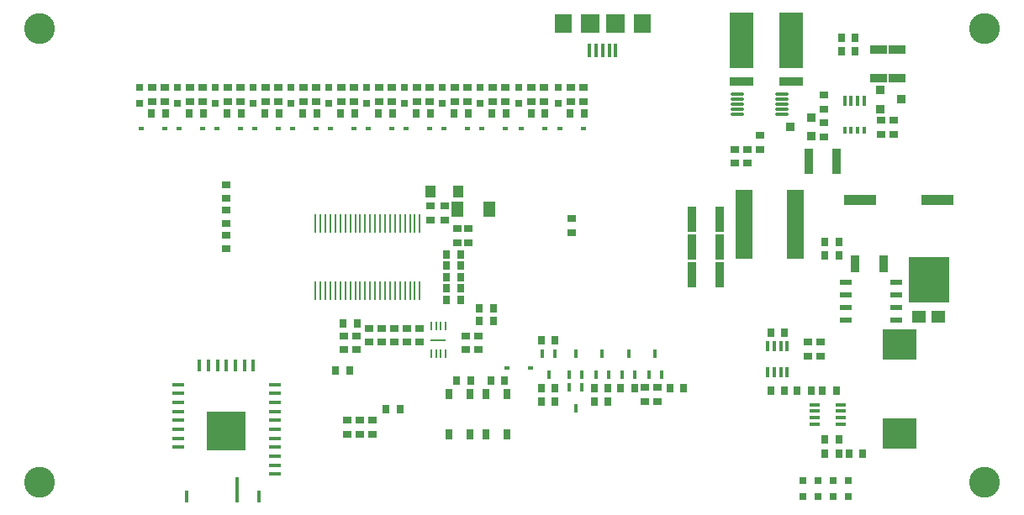
<source format=gtp>
G04*
G04 #@! TF.GenerationSoftware,Altium Limited,Altium Designer,18.1.1 (9)*
G04*
G04 Layer_Color=8421504*
%FSAX25Y25*%
%MOIN*%
G70*
G01*
G75*
%ADD19C,0.12205*%
%ADD20R,0.03543X0.02756*%
%ADD21R,0.02756X0.03543*%
%ADD22R,0.04701X0.02205*%
%ADD23R,0.03740X0.10236*%
%ADD24R,0.03740X0.09843*%
%ADD25R,0.04331X0.04803*%
%ADD26R,0.01772X0.03347*%
%ADD27R,0.15748X0.15748*%
%ADD28R,0.05118X0.01575*%
%ADD29R,0.01575X0.05118*%
%ADD30R,0.01378X0.10236*%
%ADD31R,0.00984X0.03543*%
%ADD32R,0.06299X0.00787*%
%ADD33R,0.01772X0.03937*%
%ADD34R,0.01968X0.01772*%
%ADD35R,0.03600X0.03200*%
%ADD36R,0.03543X0.06693*%
%ADD37R,0.06693X0.03543*%
%ADD38R,0.09606X0.03504*%
%ADD39R,0.09606X0.22047*%
%ADD40R,0.04724X0.06496*%
%ADD41O,0.00984X0.07480*%
%ADD42R,0.12598X0.03937*%
%ADD43R,0.13780X0.12300*%
%ADD44R,0.03937X0.01772*%
%ADD45R,0.01400X0.05600*%
%ADD46R,0.07100X0.07500*%
%ADD47R,0.07500X0.07500*%
%ADD48R,0.03150X0.02756*%
%ADD49O,0.05512X0.01181*%
%ADD50R,0.01595X0.02992*%
%ADD51R,0.01595X0.03898*%
%ADD52R,0.02559X0.03937*%
%ADD53R,0.16339X0.18307*%
%ADD54R,0.05709X0.04528*%
%ADD55R,0.07008X0.27559*%
D19*
X0524000Y0547500D02*
D03*
Y0727500D02*
D03*
X0898500Y0547500D02*
D03*
Y0727500D02*
D03*
D20*
X0656000Y0566744D02*
D03*
Y0572256D02*
D03*
X0862500Y0691256D02*
D03*
Y0685744D02*
D03*
X0734500Y0704256D02*
D03*
Y0698744D02*
D03*
X0719000Y0704256D02*
D03*
Y0698744D02*
D03*
X0703500Y0704256D02*
D03*
Y0698744D02*
D03*
X0688500Y0704256D02*
D03*
Y0698744D02*
D03*
X0673500Y0704256D02*
D03*
Y0698744D02*
D03*
X0658500Y0704256D02*
D03*
Y0698744D02*
D03*
X0643500Y0704256D02*
D03*
Y0698744D02*
D03*
X0628500Y0704256D02*
D03*
Y0698744D02*
D03*
X0613500Y0704256D02*
D03*
Y0698744D02*
D03*
X0598500Y0704256D02*
D03*
Y0698744D02*
D03*
X0583500Y0704256D02*
D03*
Y0698744D02*
D03*
X0568500Y0704256D02*
D03*
Y0698744D02*
D03*
X0739500D02*
D03*
Y0704256D02*
D03*
X0724000Y0698744D02*
D03*
Y0704256D02*
D03*
X0708500Y0698744D02*
D03*
Y0704256D02*
D03*
X0693500Y0698744D02*
D03*
Y0704256D02*
D03*
X0678500Y0698744D02*
D03*
Y0704256D02*
D03*
X0663500Y0698744D02*
D03*
Y0704256D02*
D03*
X0648500Y0698744D02*
D03*
Y0704256D02*
D03*
X0633500Y0698744D02*
D03*
Y0704256D02*
D03*
X0618500Y0698744D02*
D03*
Y0704256D02*
D03*
X0603500Y0698744D02*
D03*
Y0704256D02*
D03*
X0588500Y0698744D02*
D03*
Y0704256D02*
D03*
X0573500Y0698744D02*
D03*
Y0704256D02*
D03*
X0679000Y0657256D02*
D03*
Y0651744D02*
D03*
X0684500D02*
D03*
Y0657256D02*
D03*
X0646000Y0566744D02*
D03*
X0646000Y0572256D02*
D03*
X0651000Y0566744D02*
D03*
Y0572256D02*
D03*
X0698000Y0600244D02*
D03*
Y0605756D02*
D03*
X0659500Y0603244D02*
D03*
Y0608756D02*
D03*
X0674500D02*
D03*
Y0603244D02*
D03*
X0644500Y0605756D02*
D03*
Y0600244D02*
D03*
X0598000Y0660244D02*
D03*
Y0665756D02*
D03*
Y0650244D02*
D03*
Y0655756D02*
D03*
Y0640244D02*
D03*
Y0645756D02*
D03*
X0735000Y0646744D02*
D03*
Y0652256D02*
D03*
X0689500Y0642744D02*
D03*
Y0648256D02*
D03*
X0694000Y0642744D02*
D03*
Y0648256D02*
D03*
X0693000Y0605756D02*
D03*
Y0600244D02*
D03*
X0769000Y0585256D02*
D03*
X0769000Y0579744D02*
D03*
X0764000D02*
D03*
Y0585256D02*
D03*
X0833500Y0603256D02*
D03*
Y0597744D02*
D03*
X0828500Y0603256D02*
D03*
Y0597744D02*
D03*
X0835000Y0684744D02*
D03*
Y0690256D02*
D03*
X0857500Y0685744D02*
D03*
Y0691256D02*
D03*
X0804500Y0679756D02*
D03*
Y0674244D02*
D03*
X0799500Y0679756D02*
D03*
Y0674244D02*
D03*
X0664500Y0608756D02*
D03*
Y0603244D02*
D03*
X0669500Y0608756D02*
D03*
Y0603244D02*
D03*
X0835000Y0701256D02*
D03*
Y0695744D02*
D03*
X0809500Y0685256D02*
D03*
Y0679744D02*
D03*
X0649500Y0600244D02*
D03*
Y0605756D02*
D03*
X0654500Y0603244D02*
D03*
Y0608756D02*
D03*
D21*
X0666756Y0576500D02*
D03*
X0661244D02*
D03*
X0739756Y0694000D02*
D03*
X0734244D02*
D03*
X0724256D02*
D03*
X0718744D02*
D03*
X0708756D02*
D03*
X0703244D02*
D03*
X0693756D02*
D03*
X0688244D02*
D03*
X0678756D02*
D03*
X0673244D02*
D03*
X0663756D02*
D03*
X0658244D02*
D03*
X0648756D02*
D03*
X0643244D02*
D03*
X0633756D02*
D03*
X0628244D02*
D03*
X0618756D02*
D03*
X0613244D02*
D03*
X0603756D02*
D03*
X0598244D02*
D03*
X0588756D02*
D03*
X0583244D02*
D03*
X0573756D02*
D03*
X0568244D02*
D03*
X0685244Y0638000D02*
D03*
X0690756D02*
D03*
X0689244Y0588000D02*
D03*
X0694756D02*
D03*
X0708256D02*
D03*
X0702744D02*
D03*
X0641244Y0592000D02*
D03*
X0646756Y0592000D02*
D03*
X0698244Y0611500D02*
D03*
X0703756D02*
D03*
Y0616500D02*
D03*
X0698244D02*
D03*
X0690756Y0620000D02*
D03*
X0685244D02*
D03*
X0819256Y0584000D02*
D03*
X0813744D02*
D03*
X0819256Y0607000D02*
D03*
X0813744D02*
D03*
X0754244Y0585000D02*
D03*
X0759756D02*
D03*
X0722744Y0579500D02*
D03*
X0728256D02*
D03*
X0722744Y0604000D02*
D03*
X0728256D02*
D03*
X0722744Y0585000D02*
D03*
X0728256D02*
D03*
X0749256Y0579500D02*
D03*
X0743744D02*
D03*
Y0585000D02*
D03*
X0749256D02*
D03*
X0779256D02*
D03*
X0773744D02*
D03*
X0850256Y0559000D02*
D03*
X0844744D02*
D03*
X0685244Y0629000D02*
D03*
X0690756D02*
D03*
X0649756Y0610500D02*
D03*
X0644244D02*
D03*
X0840756Y0643000D02*
D03*
X0835244D02*
D03*
Y0637500D02*
D03*
X0840756D02*
D03*
X0841744Y0724000D02*
D03*
X0847256D02*
D03*
X0829756Y0584000D02*
D03*
X0824244D02*
D03*
X0690756Y0624500D02*
D03*
X0685244D02*
D03*
X0690756Y0633500D02*
D03*
X0685244D02*
D03*
X0841744Y0718500D02*
D03*
X0847256D02*
D03*
X0839756Y0584000D02*
D03*
X0834244D02*
D03*
X0840756Y0564500D02*
D03*
X0835244D02*
D03*
X0840756Y0559000D02*
D03*
X0835244D02*
D03*
D22*
X0863451Y0612000D02*
D03*
Y0617000D02*
D03*
Y0622000D02*
D03*
Y0627000D02*
D03*
X0843549Y0612000D02*
D03*
Y0617000D02*
D03*
Y0622000D02*
D03*
Y0627000D02*
D03*
D23*
X0782488Y0641000D02*
D03*
X0840012Y0675000D02*
D03*
X0782488Y0652000D02*
D03*
Y0630000D02*
D03*
D24*
X0793512Y0641000D02*
D03*
X0828988Y0675000D02*
D03*
X0793512Y0652000D02*
D03*
Y0630000D02*
D03*
D25*
X0678988Y0663000D02*
D03*
X0690012D02*
D03*
D26*
X0736500Y0576846D02*
D03*
X0733941Y0585154D02*
D03*
X0739059D02*
D03*
X0725819Y0590346D02*
D03*
X0723260Y0598654D02*
D03*
X0728378D02*
D03*
X0736500D02*
D03*
X0739059Y0590346D02*
D03*
X0733941D02*
D03*
X0747000Y0598654D02*
D03*
X0749559Y0590346D02*
D03*
X0744441D02*
D03*
X0754941D02*
D03*
X0760059D02*
D03*
X0757500Y0598654D02*
D03*
X0765441Y0590346D02*
D03*
X0770559D02*
D03*
X0768000Y0598654D02*
D03*
D27*
X0598000Y0568000D02*
D03*
D28*
X0617095Y0550874D02*
D03*
Y0554417D02*
D03*
Y0557961D02*
D03*
Y0561504D02*
D03*
Y0565047D02*
D03*
Y0568590D02*
D03*
Y0572134D02*
D03*
Y0575677D02*
D03*
Y0579220D02*
D03*
Y0582764D02*
D03*
Y0586307D02*
D03*
X0578905D02*
D03*
Y0582764D02*
D03*
Y0579220D02*
D03*
Y0575677D02*
D03*
Y0572134D02*
D03*
Y0568590D02*
D03*
Y0565047D02*
D03*
Y0561504D02*
D03*
D29*
X0587370Y0593984D02*
D03*
X0590913D02*
D03*
X0594457D02*
D03*
X0598000D02*
D03*
X0601543D02*
D03*
X0605087D02*
D03*
X0608630D02*
D03*
X0610795Y0542016D02*
D03*
X0582252D02*
D03*
D30*
X0602134Y0544575D02*
D03*
D31*
X0679094Y0598500D02*
D03*
X0681063D02*
D03*
X0683031D02*
D03*
X0685000D02*
D03*
X0679094Y0609484D02*
D03*
X0681063D02*
D03*
X0683032D02*
D03*
X0685000D02*
D03*
D32*
X0682047Y0603992D02*
D03*
D33*
X0820339Y0601618D02*
D03*
X0817780D02*
D03*
X0815221D02*
D03*
Y0591382D02*
D03*
X0817780D02*
D03*
X0820339D02*
D03*
X0812661D02*
D03*
Y0601618D02*
D03*
D34*
X0709374Y0593000D02*
D03*
X0718626D02*
D03*
X0573626Y0688000D02*
D03*
X0564374D02*
D03*
X0739626D02*
D03*
X0730374D02*
D03*
X0724126D02*
D03*
X0714874D02*
D03*
X0708626D02*
D03*
X0699374D02*
D03*
X0693626D02*
D03*
X0684374D02*
D03*
X0678626D02*
D03*
X0669374D02*
D03*
X0663626D02*
D03*
X0654374D02*
D03*
X0648626D02*
D03*
X0639374D02*
D03*
X0633626D02*
D03*
X0624374D02*
D03*
X0618626D02*
D03*
X0609374D02*
D03*
X0603626D02*
D03*
X0594374D02*
D03*
X0588626D02*
D03*
X0579374D02*
D03*
D35*
X0857063Y0703240D02*
D03*
Y0695700D02*
D03*
X0865400Y0699500D02*
D03*
X0829937Y0684760D02*
D03*
Y0692300D02*
D03*
X0821600Y0688500D02*
D03*
D36*
X0847291Y0634100D02*
D03*
X0858709D02*
D03*
D37*
X0856500Y0707791D02*
D03*
Y0719209D02*
D03*
X0864000Y0707791D02*
D03*
Y0719209D02*
D03*
D38*
X0802236Y0706724D02*
D03*
X0821764D02*
D03*
D39*
Y0723004D02*
D03*
X0802236D02*
D03*
D40*
X0689701Y0656000D02*
D03*
X0702299D02*
D03*
D41*
X0633331Y0623713D02*
D03*
X0635299D02*
D03*
X0637268D02*
D03*
X0639236D02*
D03*
X0641205D02*
D03*
X0643173D02*
D03*
X0645142D02*
D03*
X0647110D02*
D03*
X0649079D02*
D03*
X0651047D02*
D03*
X0653016D02*
D03*
X0654984D02*
D03*
X0656953D02*
D03*
X0658921D02*
D03*
X0660890D02*
D03*
X0662858D02*
D03*
X0664827D02*
D03*
X0666795D02*
D03*
X0668764D02*
D03*
X0670732D02*
D03*
X0672701D02*
D03*
X0674669D02*
D03*
X0633331Y0650287D02*
D03*
X0635299D02*
D03*
X0637268D02*
D03*
X0639236D02*
D03*
X0641205D02*
D03*
X0643173D02*
D03*
X0645142D02*
D03*
X0647110D02*
D03*
X0649079D02*
D03*
X0651047D02*
D03*
X0653016D02*
D03*
X0654984D02*
D03*
X0656953D02*
D03*
X0658921D02*
D03*
X0660890D02*
D03*
X0662858D02*
D03*
X0664827D02*
D03*
X0666795D02*
D03*
X0668764D02*
D03*
X0670732D02*
D03*
X0672701D02*
D03*
X0674669D02*
D03*
D42*
X0879854Y0659500D02*
D03*
X0849146D02*
D03*
D43*
X0865000Y0602100D02*
D03*
Y0566900D02*
D03*
D44*
X0831382Y0578339D02*
D03*
Y0575780D02*
D03*
Y0573220D02*
D03*
X0841618D02*
D03*
Y0575780D02*
D03*
Y0578339D02*
D03*
Y0570661D02*
D03*
X0831382D02*
D03*
D45*
X0752370Y0719000D02*
D03*
X0742052D02*
D03*
X0749811D02*
D03*
X0747252D02*
D03*
X0744652D02*
D03*
D46*
X0763000Y0729500D02*
D03*
X0731452D02*
D03*
D47*
X0752252D02*
D03*
X0742252D02*
D03*
D48*
X0826500Y0548150D02*
D03*
X0826500Y0541850D02*
D03*
X0838500Y0548150D02*
D03*
X0838500Y0541850D02*
D03*
X0844500Y0548150D02*
D03*
Y0541850D02*
D03*
X0832500Y0548150D02*
D03*
Y0541850D02*
D03*
X0563500Y0697850D02*
D03*
Y0704150D02*
D03*
X0578500Y0697850D02*
D03*
Y0704150D02*
D03*
X0593500Y0697850D02*
D03*
Y0704150D02*
D03*
X0608500Y0697850D02*
D03*
Y0704150D02*
D03*
X0623500Y0697850D02*
D03*
Y0704150D02*
D03*
X0638500Y0697850D02*
D03*
Y0704150D02*
D03*
X0653500Y0697850D02*
D03*
Y0704150D02*
D03*
X0668500Y0697850D02*
D03*
Y0704150D02*
D03*
X0683500Y0697850D02*
D03*
Y0704150D02*
D03*
X0698500Y0697850D02*
D03*
Y0704150D02*
D03*
X0714000Y0697850D02*
D03*
Y0704150D02*
D03*
X0729500Y0697850D02*
D03*
Y0704150D02*
D03*
D49*
X0800642Y0701437D02*
D03*
Y0699469D02*
D03*
Y0697500D02*
D03*
Y0695531D02*
D03*
Y0693563D02*
D03*
X0818358Y0701437D02*
D03*
Y0699469D02*
D03*
Y0697500D02*
D03*
Y0695531D02*
D03*
Y0693563D02*
D03*
D50*
X0843102Y0687198D02*
D03*
X0845701D02*
D03*
X0848299D02*
D03*
X0850898D02*
D03*
D51*
X0843102Y0698950D02*
D03*
X0845701D02*
D03*
X0848299D02*
D03*
X0850898D02*
D03*
D52*
X0694634Y0582571D02*
D03*
X0686366D02*
D03*
X0694634Y0566429D02*
D03*
X0686366D02*
D03*
X0709134Y0582571D02*
D03*
X0700866D02*
D03*
X0709134Y0566429D02*
D03*
X0700866D02*
D03*
D53*
X0876500Y0627937D02*
D03*
D54*
X0872622Y0613173D02*
D03*
X0880378D02*
D03*
D55*
X0823657Y0650000D02*
D03*
X0803343D02*
D03*
M02*

</source>
